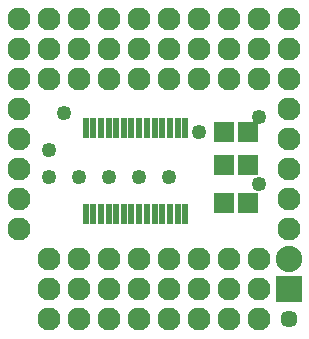
<source format=gts>
G04 MADE WITH FRITZING*
G04 WWW.FRITZING.ORG*
G04 DOUBLE SIDED*
G04 HOLES PLATED*
G04 CONTOUR ON CENTER OF CONTOUR VECTOR*
%ASAXBY*%
%FSLAX23Y23*%
%MOIN*%
%OFA0B0*%
%SFA1.0B1.0*%
%ADD10C,0.049370*%
%ADD11C,0.057244*%
%ADD12C,0.076929*%
%ADD13C,0.088000*%
%ADD14R,0.023701X0.065000*%
%ADD15R,0.065118X0.069055*%
%ADD16R,0.088000X0.088000*%
%LNMASK1*%
G90*
G70*
G54D10*
X151Y620D03*
G54D11*
X951Y57D03*
G54D12*
X451Y1057D03*
X451Y957D03*
X451Y857D03*
X651Y1057D03*
X651Y957D03*
X651Y857D03*
X751Y1057D03*
X751Y957D03*
X751Y857D03*
X551Y1057D03*
X551Y957D03*
X551Y857D03*
X251Y1057D03*
X251Y957D03*
X251Y857D03*
X351Y1057D03*
X351Y957D03*
X351Y857D03*
X151Y1057D03*
X151Y957D03*
X151Y857D03*
X851Y1057D03*
X851Y957D03*
X851Y857D03*
X851Y57D03*
X851Y157D03*
X851Y257D03*
X751Y57D03*
X751Y157D03*
X751Y257D03*
X651Y57D03*
X651Y157D03*
X651Y257D03*
X551Y57D03*
X551Y157D03*
X551Y257D03*
X451Y57D03*
X451Y157D03*
X451Y257D03*
X351Y57D03*
X351Y157D03*
X351Y257D03*
X251Y57D03*
X251Y157D03*
X251Y257D03*
X151Y57D03*
X151Y157D03*
X151Y257D03*
G54D10*
X151Y532D03*
X251Y532D03*
X351Y532D03*
X451Y532D03*
X551Y532D03*
X651Y682D03*
X201Y745D03*
X851Y732D03*
X851Y507D03*
G54D13*
X951Y157D03*
X951Y257D03*
G54D12*
X51Y1057D03*
X51Y957D03*
X51Y857D03*
X51Y757D03*
X51Y657D03*
X51Y557D03*
X51Y457D03*
X51Y357D03*
X951Y1057D03*
X951Y957D03*
X951Y857D03*
X951Y757D03*
X951Y657D03*
X951Y557D03*
X951Y457D03*
X951Y357D03*
G54D14*
X273Y407D03*
X298Y407D03*
X324Y407D03*
X350Y407D03*
X375Y407D03*
X401Y407D03*
X426Y407D03*
X452Y407D03*
X478Y407D03*
X503Y407D03*
X529Y407D03*
X554Y407D03*
X580Y407D03*
X605Y407D03*
X605Y695D03*
X580Y695D03*
X554Y695D03*
X529Y695D03*
X503Y695D03*
X478Y695D03*
X452Y695D03*
X426Y695D03*
X401Y695D03*
X375Y695D03*
X350Y695D03*
X324Y695D03*
X298Y695D03*
X273Y695D03*
G54D15*
X733Y570D03*
X814Y570D03*
X733Y682D03*
X814Y682D03*
X733Y445D03*
X814Y445D03*
G54D16*
X951Y157D03*
G04 End of Mask1*
M02*
</source>
